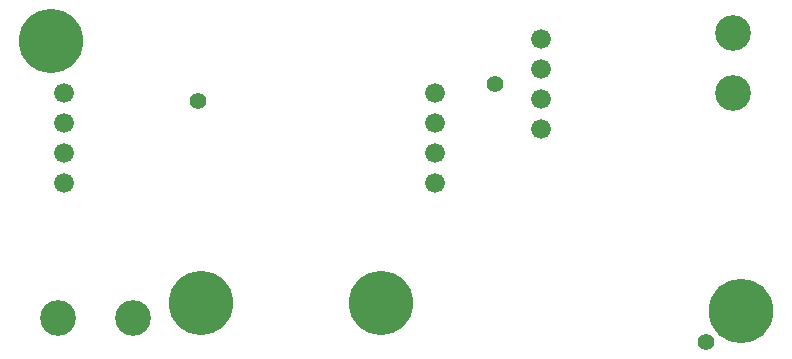
<source format=gbs>
G04*
G04 #@! TF.GenerationSoftware,Altium Limited,Altium Designer,22.9.1 (49)*
G04*
G04 Layer_Color=16711935*
%FSLAX25Y25*%
%MOIN*%
G70*
G04*
G04 #@! TF.SameCoordinates,DEE7DE5E-5230-4543-89B2-9CAB29215946*
G04*
G04*
G04 #@! TF.FilePolarity,Negative*
G04*
G01*
G75*
%ADD20C,0.06591*%
%ADD21C,0.21400*%
%ADD22C,0.21460*%
%ADD23C,0.11928*%
%ADD24C,0.05591*%
D20*
X117000Y190000D02*
D03*
Y180000D02*
D03*
Y170000D02*
D03*
Y160000D02*
D03*
X276000Y208000D02*
D03*
Y198000D02*
D03*
Y188000D02*
D03*
Y178000D02*
D03*
X240500Y190000D02*
D03*
Y180000D02*
D03*
Y170000D02*
D03*
Y160000D02*
D03*
D21*
X222500Y120000D02*
D03*
X162500D02*
D03*
X112500Y207500D02*
D03*
D22*
X342500Y117500D02*
D03*
D23*
X340000Y190000D02*
D03*
Y210000D02*
D03*
X140000Y115000D02*
D03*
X115000D02*
D03*
D24*
X161500Y187500D02*
D03*
X260500Y193000D02*
D03*
X331000Y107000D02*
D03*
M02*

</source>
